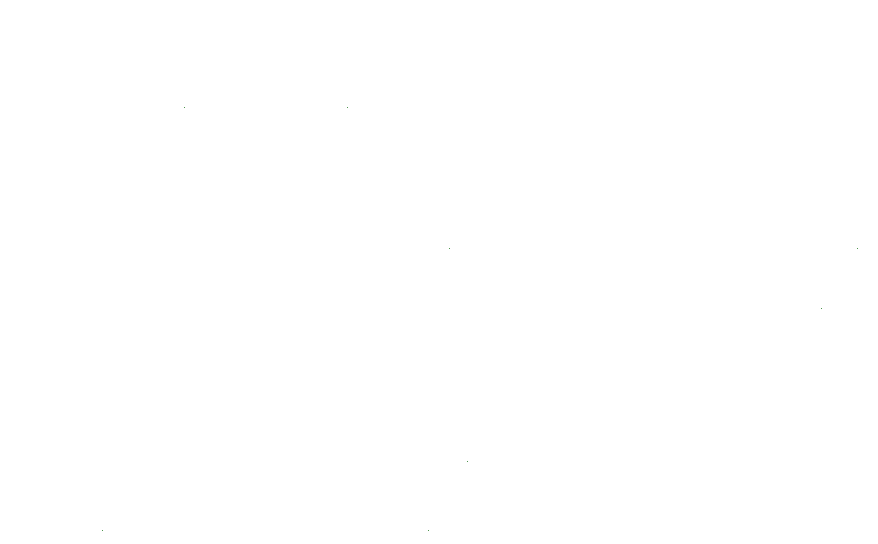
<source format=gbr>
G04*
G04 #@! TF.GenerationSoftware,Altium Limited,Altium Designer,23.10.1 (27)*
G04*
G04 Layer_Color=8388736*
%FSLAX44Y44*%
%MOMM*%
G71*
G04*
G04 #@! TF.SameCoordinates,F1356F94-EBF5-402A-8C13-2620F03D8000*
G04*
G04*
G04 #@! TF.FilePolarity,Positive*
G04*
G01*
G75*
%ADD49C,0.0064*%
D49*
X-172468Y-199186D02*
G03*
X-172468Y-199186I-32J0D01*
G01*
X172532Y-105885D02*
G03*
X172532Y-105885I-32J0D01*
G01*
Y-199186D02*
G03*
X172532Y-199186I-32J0D01*
G01*
X-61399Y-177612D02*
G03*
X-61399Y-177612I-32J0D01*
G01*
X115032Y-298779D02*
G03*
X115032Y-298779I-32J0D01*
G01*
X57532Y0D02*
G03*
X57532Y0I-32J0D01*
G01*
X-114968Y-298779D02*
G03*
X-114968Y-298779I-32J0D01*
G01*
X-57468Y0D02*
G03*
X-57468Y0I-32J0D01*
G01*
X142532Y-250000D02*
G03*
X142532Y-250000I-32J0D01*
G01*
X-535468Y-319023D02*
G03*
X-535468Y-319023I-32J0D01*
G01*
X-139968Y-200000D02*
G03*
X-139968Y-200000I-32J0D01*
G01*
X-121468Y-319023D02*
G03*
X-121468Y-319023I-32J0D01*
G01*
X-418086Y-300592D02*
G03*
X-418086Y-300592I-32J0D01*
G01*
X-190468Y-438535D02*
G03*
X-190468Y-438535I-32J0D01*
G01*
X-259468Y-80000D02*
G03*
X-259468Y-80000I-32J0D01*
G01*
X-466468Y-438535D02*
G03*
X-466468Y-438535I-32J0D01*
G01*
X-397468Y-80000D02*
G03*
X-397468Y-80000I-32J0D01*
G01*
X-157468Y-380000D02*
G03*
X-157468Y-380000I-32J0D01*
G01*
M02*

</source>
